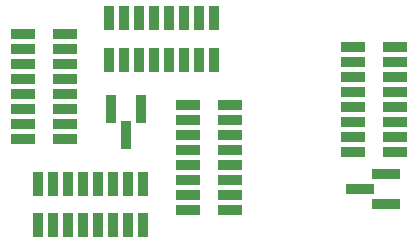
<source format=gts>
G75*
%MOIN*%
%OFA0B0*%
%FSLAX25Y25*%
%IPPOS*%
%LPD*%
%AMOC8*
5,1,8,0,0,1.08239X$1,22.5*
%
%ADD10R,0.08471X0.03392*%
%ADD11R,0.03392X0.09258*%
%ADD12R,0.03392X0.08471*%
%ADD13R,0.09258X0.03392*%
D10*
X0167240Y0182319D03*
X0167240Y0187319D03*
X0167240Y0192319D03*
X0167240Y0197319D03*
X0167240Y0202319D03*
X0167240Y0207319D03*
X0167240Y0212319D03*
X0167240Y0217319D03*
X0181217Y0217319D03*
X0181217Y0212319D03*
X0181217Y0207319D03*
X0181217Y0202319D03*
X0181217Y0197319D03*
X0181217Y0192319D03*
X0181217Y0187319D03*
X0181217Y0182319D03*
X0222358Y0201610D03*
X0222358Y0206610D03*
X0222358Y0211610D03*
X0222358Y0216610D03*
X0222358Y0221610D03*
X0222358Y0226610D03*
X0222358Y0231610D03*
X0222358Y0236610D03*
X0236335Y0236610D03*
X0236335Y0231610D03*
X0236335Y0226610D03*
X0236335Y0221610D03*
X0236335Y0216610D03*
X0236335Y0211610D03*
X0236335Y0206610D03*
X0236335Y0201610D03*
X0126098Y0205941D03*
X0126098Y0210941D03*
X0126098Y0215941D03*
X0126098Y0220941D03*
X0126098Y0225941D03*
X0126098Y0230941D03*
X0126098Y0235941D03*
X0126098Y0240941D03*
X0112122Y0240941D03*
X0112122Y0235941D03*
X0112122Y0230941D03*
X0112122Y0225941D03*
X0112122Y0220941D03*
X0112122Y0215941D03*
X0112122Y0210941D03*
X0112122Y0205941D03*
D11*
X0141669Y0215961D03*
X0151669Y0215961D03*
X0146669Y0207299D03*
D12*
X0117358Y0177083D03*
X0122358Y0177083D03*
X0127358Y0177083D03*
X0132358Y0177083D03*
X0137358Y0177083D03*
X0142358Y0177083D03*
X0147358Y0177083D03*
X0152358Y0177083D03*
X0152358Y0191059D03*
X0147358Y0191059D03*
X0142358Y0191059D03*
X0137358Y0191059D03*
X0132358Y0191059D03*
X0127358Y0191059D03*
X0122358Y0191059D03*
X0117358Y0191059D03*
X0140980Y0232201D03*
X0145980Y0232201D03*
X0150980Y0232201D03*
X0155980Y0232201D03*
X0160980Y0232201D03*
X0165980Y0232201D03*
X0170980Y0232201D03*
X0175980Y0232201D03*
X0175980Y0246177D03*
X0170980Y0246177D03*
X0165980Y0246177D03*
X0160980Y0246177D03*
X0155980Y0246177D03*
X0150980Y0246177D03*
X0145980Y0246177D03*
X0140980Y0246177D03*
D13*
X0224622Y0189189D03*
X0233283Y0194189D03*
X0233283Y0184189D03*
M02*

</source>
